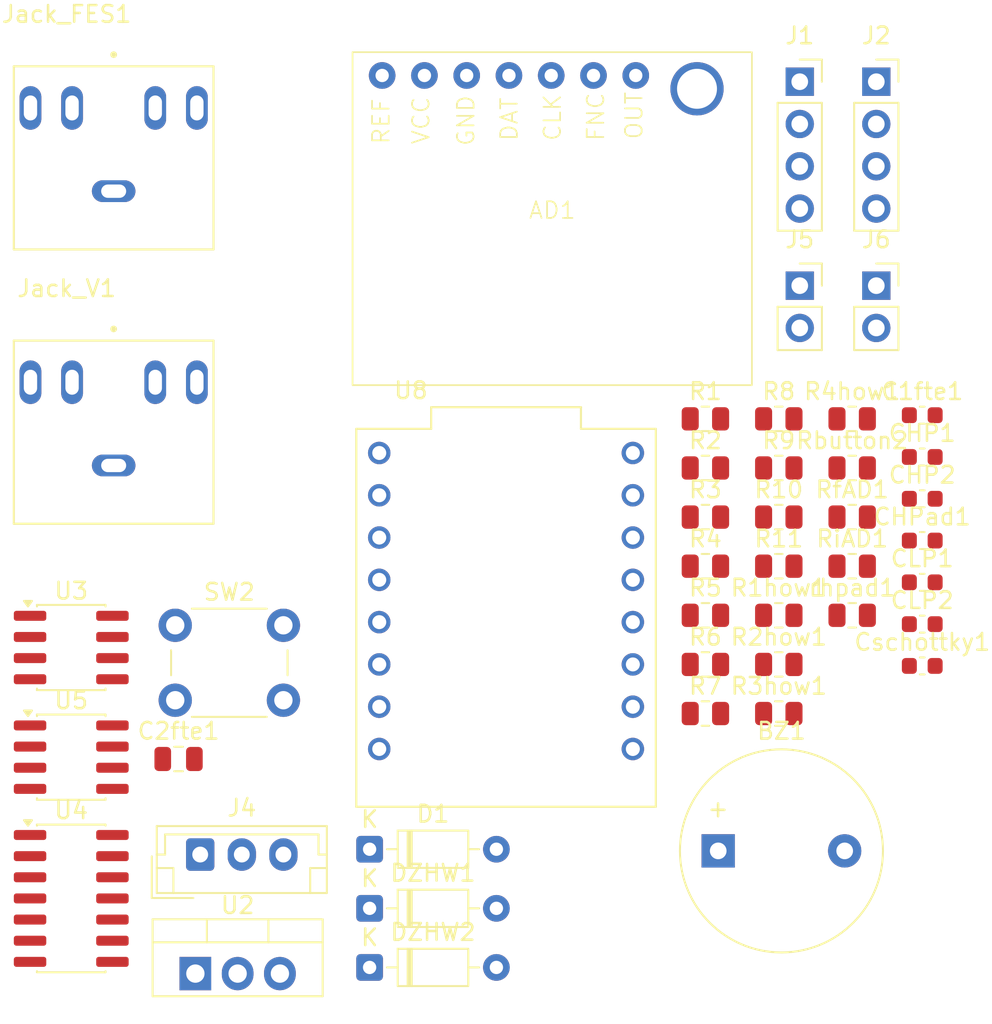
<source format=kicad_pcb>
(kicad_pcb (version 20241229) (generator "pcbnew") (generator_version "9.0")
  (layers (0 "F.Cu" signal) (2 "B.Cu" signal) (13 "F.Paste" user) (15 "B.Paste" user) (5 "F.SilkS" user "F.Silkscreen") (7 "B.SilkS" user "B.Silkscreen") (1 "F.Mask" user) (3 "B.Mask" user) (25 "Edge.Cuts" user))
  (net 0 "")
  (net 1 "/alarm")
  (net 2 "GNDREF")
  (net 4 "/outAD")
  (net 5 "/+")
  (net 6 "Net-(CHP1-Pad2)")
  (net 7 "Net-(CHP1-Pad1)")
  (net 8 "/5V")
  (net 9 "Net-(CHP2-Pad2)")
  (net 10 "Net-(U4A--)")
  (net 11 "Net-(CHP2-Pad1)")
  (net 12 "Net-(U4C-+)")
  (net 13 "/Vout")
  (net 14 "/Fes Out+")
  (net 15 "/-")
  (net 16 "/RG_1")
  (net 17 "/ECG-")
  (net 18 "/ECG+")
  (net 19 "/RG_2")
  (net 20 "/INAout")
  (net 24 "Net-(U5B--)")
  (net 25 "Net-(U5A--)")
  (net 26 "Net-(R1how1-Pad1)")
  (net 27 "Net-(U3B--)")
  (net 28 "Net-(R2how1-Pad2)")
  (net 29 "Net-(U4B--)")
  (net 30 "Net-(R11-Pad1)")
  (net 31 "Net-(U4D--)")
  (net 32 "Net-(U4C--)")
  (net 33 "Net-(R10-Pad2)")
  (net 34 "Net-(U8-GPIO20)")
  (net 35 "Net-(U3A--)")
  (net 36 "/3v3")
  (net 41 "/fnc")
  (net 44 "/clk")
  (net 45 "/data")
  (net 47 "Net-(AD1-OUT)")
  (net 54 "Net-(R11-Pad2)")
  (footprint "Resistor_SMD:R_0805_2012Metric" (layer "F.Cu") (at 145.13 83.05)
    (property "Reference" "R1" (at 0 -1.65 0) (layer "F.SilkS"))
    (property "Value" "1k")
    (fp_line (start -0.227064 -0.735) (end 0.227064 -0.735) (stroke (width 0.12)) (layer "F.SilkS"))
    (fp_line (start -0.227064 0.735) (end 0.227064 0.735) (stroke (width 0.12)) (layer "F.SilkS"))
    (pad "1" smd roundrect (at -0.9125 0) (size 1.025 1.4) (layers "F.Cu" "F.Mask" "F.Paste") (roundrect_rratio 0.243902) (net 25 "Net-(U5A--)"))
    (pad "2" smd roundrect (at 0.9125 0) (size 1.025 1.4) (layers "F.Cu" "F.Mask" "F.Paste") (roundrect_rratio 0.243902) (net 24 "Net-(U5B--)"))
  )
  (footprint "Resistor_SMD:R_0805_2012Metric" (layer "F.Cu") (at 149.54 88.95)
    (property "Reference" "R10" (at 0 -1.65 0) (layer "F.SilkS"))
    (property "Value" "4.7k")
    (fp_line (start -0.227064 -0.735) (end 0.227064 -0.735) (stroke (width 0.12)) (layer "F.SilkS"))
    (fp_line (start -0.227064 0.735) (end 0.227064 0.735) (stroke (width 0.12)) (layer "F.SilkS"))
    (pad "1" smd roundrect (at -0.9125 0) (size 1.025 1.4) (layers "F.Cu" "F.Mask" "F.Paste") (roundrect_rratio 0.243902) (net 31 "Net-(U4D--)"))
    (pad "2" smd roundrect (at 0.9125 0) (size 1.025 1.4) (layers "F.Cu" "F.Mask" "F.Paste") (roundrect_rratio 0.243902) (net 33 "Net-(R10-Pad2)"))
  )
  (footprint "Resistor_SMD:R_0805_2012Metric" (layer "F.Cu") (at 149.54 86)
    (property "Reference" "R9" (at 0 -1.65 0) (layer "F.SilkS"))
    (property "Value" "1k")
    (fp_line (start -0.227064 -0.735) (end 0.227064 -0.735) (stroke (width 0.12)) (layer "F.SilkS"))
    (fp_line (start -0.227064 0.735) (end 0.227064 0.735) (stroke (width 0.12)) (layer "F.SilkS"))
    (pad "1" smd roundrect (at -0.9125 0) (size 1.025 1.4) (layers "F.Cu" "F.Mask" "F.Paste") (roundrect_rratio 0.243902) (net 32 "Net-(U4C--)"))
    (pad "2" smd roundrect (at 0.9125 0) (size 1.025 1.4) (layers "F.Cu" "F.Mask" "F.Paste") (roundrect_rratio 0.243902) (net 31 "Net-(U4D--)"))
  )
  (footprint "SJ1-3525N:CUI_SJ1-3525N" (layer "F.Cu") (at 109.57 85.85)
    (property "Reference" "Jack_V1" (at -2.825 -10.635 0) (layer "F.SilkS"))
    (property "Value" "SJ1-3525N")
    (fp_line (start -6 -7.5) (end -6 3.5) (stroke (width 0.127)) (layer "F.SilkS"))
    (fp_line (start -6 -7.5) (end 6 -7.5) (stroke (width 0.127)) (layer "F.SilkS"))
    (fp_line (start -6 3.5) (end 6 3.5) (stroke (width 0.127)) (layer "F.SilkS"))
    (fp_line (start 6 -7.5) (end 6 3.5) (stroke (width 0.127)) (layer "F.SilkS"))
    (fp_circle (center 0 -8.2) (end 0.1 -8.2) (stroke (width 0.2)) (fill no) (layer "F.SilkS"))
    (pad "" np_thru_hole circle (at -5 0) (size 1.2 1.2) (drill 1.2) (layers "*.Cu" "*.Mask"))
    (pad "" np_thru_hole circle (at -5 2.5) (size 1.2 1.2) (drill 1.2) (layers "*.Cu" "*.Mask"))
    (pad "" np_thru_hole circle (at 0 -5) (size 1.2 1.2) (drill 1.2) (layers "*.Cu" "*.Mask"))
    (pad "" np_thru_hole circle (at 5 0) (size 1.2 1.2) (drill 1.2) (layers "*.Cu" "*.Mask"))
    (pad "" np_thru_hole circle (at 5 2.5) (size 1.2 1.2) (drill 1.2) (layers "*.Cu" "*.Mask"))
    (pad "1" thru_hole oval (at 0 0) (size 2.616 1.308) (drill oval 1.5 0.8) (layers "*.Cu" "*.Mask") (net 17 "/ECG-"))
    (pad "2" thru_hole oval (at 5 -5) (size 1.308 2.616) (drill oval 0.8 1.5) (layers "*.Cu" "*.Mask"))
    (pad "3" thru_hole oval (at -5 -5) (size 1.308 2.616) (drill oval 0.8 1.5) (layers "*.Cu" "*.Mask") (net 18 "/ECG+"))
    (pad "10" thru_hole oval (at 2.5 -5) (size 1.308 2.616) (drill oval 0.8 1.5) (layers "*.Cu" "*.Mask"))
    (pad "11" thru_hole oval (at -2.5 -5) (size 1.308 2.616) (drill oval 0.8 1.5) (layers "*.Cu" "*.Mask"))
  )
  (footprint "SJ1-3525N:CUI_SJ1-3525N" (layer "F.Cu") (at 109.57 69.375)
    (property "Reference" "Jack_FES1" (at -2.825 -10.635 0) (layer "F.SilkS"))
    (property "Value" "SJ1-3525N")
    (fp_line (start -6 -7.5) (end -6 3.5) (stroke (width 0.127)) (layer "F.SilkS"))
    (fp_line (start -6 -7.5) (end 6 -7.5) (stroke (width 0.127)) (layer "F.SilkS"))
    (fp_line (start -6 3.5) (end 6 3.5) (stroke (width 0.127)) (layer "F.SilkS"))
    (fp_line (start 6 -7.5) (end 6 3.5) (stroke (width 0.127)) (layer "F.SilkS"))
    (fp_circle (center 0 -8.2) (end 0.1 -8.2) (stroke (width 0.2)) (fill no) (layer "F.SilkS"))
    (pad "" np_thru_hole circle (at -5 0) (size 1.2 1.2) (drill 1.2) (layers "*.Cu" "*.Mask"))
    (pad "" np_thru_hole circle (at -5 2.5) (size 1.2 1.2) (drill 1.2) (layers "*.Cu" "*.Mask"))
    (pad "" np_thru_hole circle (at 0 -5) (size 1.2 1.2) (drill 1.2) (layers "*.Cu" "*.Mask"))
    (pad "" np_thru_hole circle (at 5 0) (size 1.2 1.2) (drill 1.2) (layers "*.Cu" "*.Mask"))
    (pad "" np_thru_hole circle (at 5 2.5) (size 1.2 1.2) (drill 1.2) (layers "*.Cu" "*.Mask"))
    (pad "1" thru_hole oval (at 0 0) (size 2.616 1.308) (drill oval 1.5 0.8) (layers "*.Cu" "*.Mask") (net 2 "GNDREF"))
    (pad "2" thru_hole oval (at 5 -5) (size 1.308 2.616) (drill oval 0.8 1.5) (layers "*.Cu" "*.Mask"))
    (pad "3" thru_hole oval (at -5 -5) (size 1.308 2.616) (drill oval 0.8 1.5) (layers "*.Cu" "*.Mask") (net 14 "/Fes Out+"))
    (pad "10" thru_hole oval (at 2.5 -5) (size 1.308 2.616) (drill oval 0.8 1.5) (layers "*.Cu" "*.Mask"))
    (pad "11" thru_hole oval (at -2.5 -5) (size 1.308 2.616) (drill oval 0.8 1.5) (layers "*.Cu" "*.Mask"))
  )
  (footprint "Connector_JST:JST_EH_B3B-EH-A_1x03_P2.50mm_Vertical" (layer "F.Cu") (at 114.77 109.22)
    (property "Reference" "J4" (at 2.5 -2.8 0) (layer "F.SilkS"))
    (property "Value" "External_Power")
    (fp_line (start -2.91 0.11) (end -2.91 2.61) (stroke (width 0.12)) (layer "F.SilkS"))
    (fp_line (start -2.91 2.61) (end -0.41 2.61) (stroke (width 0.12)) (layer "F.SilkS"))
    (fp_line (start -2.61 -1.71) (end -2.61 2.31) (stroke (width 0.12)) (layer "F.SilkS"))
    (fp_line (start -2.61 0) (end -2.11 0) (stroke (width 0.12)) (layer "F.SilkS"))
    (fp_line (start -2.61 0.81) (end -1.61 0.81) (stroke (width 0.12)) (layer "F.SilkS"))
    (fp_line (start -2.61 2.31) (end 7.61 2.31) (stroke (width 0.12)) (layer "F.SilkS"))
    (fp_line (start -2.11 -1.21) (end 7.11 -1.21) (stroke (width 0.12)) (layer "F.SilkS"))
    (fp_line (start -2.11 0) (end -2.11 -1.21) (stroke (width 0.12)) (layer "F.SilkS"))
    (fp_line (start -1.61 0.81) (end -1.61 2.31) (stroke (width 0.12)) (layer "F.SilkS"))
    (fp_line (start 6.61 0.81) (end 6.61 2.31) (stroke (width 0.12)) (layer "F.SilkS"))
    (fp_line (start 7.11 -1.21) (end 7.11 0) (stroke (width 0.12)) (layer "F.SilkS"))
    (fp_line (start 7.11 0) (end 7.61 0) (stroke (width 0.12)) (layer "F.SilkS"))
    (fp_line (start 7.61 -1.71) (end -2.61 -1.71) (stroke (width 0.12)) (layer "F.SilkS"))
    (fp_line (start 7.61 0.81) (end 6.61 0.81) (stroke (width 0.12)) (layer "F.SilkS"))
    (fp_line (start 7.61 2.31) (end 7.61 -1.71) (stroke (width 0.12)) (layer "F.SilkS"))
    (pad "1" thru_hole roundrect (at 0 0) (size 1.7 1.95) (drill 0.95) (layers "*.Cu" "*.Mask") (roundrect_rratio 0.147059) (net 15 "/-"))
    (pad "2" thru_hole oval (at 2.5 0) (size 1.7 1.95) (drill 0.95) (layers "*.Cu" "*.Mask") (net 2 "GNDREF"))
    (pad "3" thru_hole oval (at 5 0) (size 1.7 1.95) (drill 0.95) (layers "*.Cu" "*.Mask") (net 5 "/+"))
  )
  (footprint "Connector_PinSocket_2.54mm:PinSocket_1x04_P2.54mm_Vertical" (layer "F.Cu") (at 150.8 62.8)
    (property "Reference" "J1" (at 0 -2.77 0) (layer "F.SilkS"))
    (property "Value" "INA_1")
    (fp_line (start -1.33 1.27) (end -1.33 8.95) (stroke (width 0.12)) (layer "F.SilkS"))
    (fp_line (start -1.33 1.27) (end 1.33 1.27) (stroke (width 0.12)) (layer "F.SilkS"))
    (fp_line (start -1.33 8.95) (end 1.33 8.95) (stroke (width 0.12)) (layer "F.SilkS"))
    (fp_line (start 0 -1.33) (end 1.33 -1.33) (stroke (width 0.12)) (layer "F.SilkS"))
    (fp_line (start 1.33 -1.33) (end 1.33 0) (stroke (width 0.12)) (layer "F.SilkS"))
    (fp_line (start 1.33 1.27) (end 1.33 8.95) (stroke (width 0.12)) (layer "F.SilkS"))
    (pad "1" thru_hole rect (at 0 0) (size 1.7 1.7) (drill 1) (layers "*.Cu" "*.Mask") (net 16 "/RG_1"))
    (pad "2" thru_hole circle (at 0 2.54) (size 1.7 1.7) (drill 1) (layers "*.Cu" "*.Mask") (net 17 "/ECG-"))
    (pad "3" thru_hole circle (at 0 5.08) (size 1.7 1.7) (drill 1) (layers "*.Cu" "*.Mask") (net 18 "/ECG+"))
    (pad "4" thru_hole circle (at 0 7.62) (size 1.7 1.7) (drill 1) (layers "*.Cu" "*.Mask") (net 15 "/-"))
  )
  (footprint "Connector_PinSocket_2.54mm:PinSocket_1x04_P2.54mm_Vertical" (layer "F.Cu") (at 155.4 62.8)
    (property "Reference" "J2" (at 0 -2.77 0) (layer "F.SilkS"))
    (property "Value" "INA_2")
    (fp_line (start -1.33 1.27) (end -1.33 8.95) (stroke (width 0.12)) (layer "F.SilkS"))
    (fp_line (start -1.33 1.27) (end 1.33 1.27) (stroke (width 0.12)) (layer "F.SilkS"))
    (fp_line (start -1.33 8.95) (end 1.33 8.95) (stroke (width 0.12)) (layer "F.SilkS"))
    (fp_line (start 0 -1.33) (end 1.33 -1.33) (stroke (width 0.12)) (layer "F.SilkS"))
    (fp_line (start 1.33 -1.33) (end 1.33 0) (stroke (width 0.12)) (layer "F.SilkS"))
    (fp_line (start 1.33 1.27) (end 1.33 8.95) (stroke (width 0.12)) (layer "F.SilkS"))
    (pad "1" thru_hole rect (at 0 0) (size 1.7 1.7) (drill 1) (layers "*.Cu" "*.Mask") (net 19 "/RG_2"))
    (pad "2" thru_hole circle (at 0 2.54) (size 1.7 1.7) (drill 1) (layers "*.Cu" "*.Mask") (net 5 "/+"))
    (pad "3" thru_hole circle (at 0 5.08) (size 1.7 1.7) (drill 1) (layers "*.Cu" "*.Mask") (net 20 "/INAout"))
    (pad "4" thru_hole circle (at 0 7.62) (size 1.7 1.7) (drill 1) (layers "*.Cu" "*.Mask") (net 2 "GNDREF"))
  )
  (footprint "Resistor_SMD:R_0805_2012Metric" (layer "F.Cu") (at 153.95 94.85)
    (property "Reference" "rhpad1" (at 0 -1.65 0) (layer "F.SilkS"))
    (property "Value" "500")
    (fp_line (start -0.227064 -0.735) (end 0.227064 -0.735) (stroke (width 0.12)) (layer "F.SilkS"))
    (fp_line (start -0.227064 0.735) (end 0.227064 0.735) (stroke (width 0.12)) (layer "F.SilkS"))
    (pad "1" smd roundrect (at -0.9125 0) (size 1.025 1.4) (layers "F.Cu" "F.Mask" "F.Paste") (roundrect_rratio 0.243902) (net 2 "GNDREF"))
    (pad "2" smd roundrect (at 0.9125 0) (size 1.025 1.4) (layers "F.Cu" "F.Mask" "F.Paste") (roundrect_rratio 0.243902) (net 4 "/outAD"))
  )
  (footprint "Diode_THT:D_DO-35_SOD27_P7.62mm_Horizontal" (layer "F.Cu") (at 124.95 116)
    (property "Reference" "DZHW2" (at 3.81 -2.12 0) (layer "F.SilkS"))
    (property "Value" "D")
    (fp_line (start 1.04 0) (end 1.69 0) (stroke (width 0.12)) (layer "F.SilkS"))
    (fp_line (start 2.29 -1.12) (end 2.29 1.12) (stroke (width 0.12)) (layer "F.SilkS"))
    (fp_line (start 2.41 -1.12) (end 2.41 1.12) (stroke (width 0.12)) (layer "F.SilkS"))
    (fp_line (start 2.53 -1.12) (end 2.53 1.12) (stroke (width 0.12)) (layer "F.SilkS"))
    (fp_line (start 6.58 0) (end 5.93 0) (stroke (width 0.12)) (layer "F.SilkS"))
    (fp_rect (start 1.69 -1.12) (end 5.93 1.12) (stroke (width 0.12)) (fill no) (layer "F.SilkS"))
    (fp_text user "K" (at 0 -1.8 0) (layer "F.SilkS"))
    (pad "1" thru_hole roundrect (at 0 0) (size 1.6 1.6) (drill 0.8) (layers "*.Cu" "*.Mask") (roundrect_rratio 0.15625) (net 14 "/Fes Out+"))
    (pad "2" thru_hole circle (at 7.62 0) (size 1.6 1.6) (drill 0.8) (layers "*.Cu" "*.Mask") (net 2 "GNDREF"))
  )
  (footprint "Capacitor_SMD:C_0603_1608Metric" (layer "F.Cu") (at 158.16 85.34)
    (property "Reference" "CHP1" (at 0 -1.43 0) (layer "F.SilkS"))
    (property "Value" "4.7n")
    (fp_line (start -0.14058 -0.51) (end 0.14058 -0.51) (stroke (width 0.12)) (layer "F.SilkS"))
    (fp_line (start -0.14058 0.51) (end 0.14058 0.51) (stroke (width 0.12)) (layer "F.SilkS"))
    (pad "1" smd roundrect (at -0.775 0) (size 0.9 0.95) (layers "F.Cu" "F.Mask" "F.Paste") (net 7 "Net-(CHP1-Pad1)"))
    (pad "2" smd roundrect (at 0.775 0) (size 0.9 0.95) (layers "F.Cu" "F.Mask" "F.Paste") (net 6 "Net-(CHP1-Pad2)"))
  )
  (footprint "Resistor_SMD:R_0805_2012Metric" (layer "F.Cu") (at 153.95 88.95)
    (property "Reference" "RfAD1" (at 0 -1.65 0) (layer "F.SilkS"))
    (property "Value" "4.8k")
    (fp_line (start -0.227064 -0.735) (end 0.227064 -0.735) (stroke (width 0.12)) (layer "F.SilkS"))
    (fp_line (start -0.227064 0.735) (end 0.227064 0.735) (stroke (width 0.12)) (layer "F.SilkS"))
    (pad "1" smd roundrect (at -0.9125 0) (size 1.025 1.4) (layers "F.Cu" "F.Mask" "F.Paste") (roundrect_rratio 0.243902) (net 35 "Net-(U3A--)"))
    (pad "2" smd roundrect (at 0.9125 0) (size 1.025 1.4) (layers "F.Cu" "F.Mask" "F.Paste") (roundrect_rratio 0.243902) (net 26 "Net-(R1how1-Pad1)"))
  )
  (footprint "Resistor_SMD:R_0805_2012Metric" (layer "F.Cu") (at 145.13 97.8)
    (property "Reference" "R6" (at 0 -1.65 0) (layer "F.SilkS"))
    (property "Value" "500")
    (fp_line (start -0.227064 -0.735) (end 0.227064 -0.735) (stroke (width 0.12)) (layer "F.SilkS"))
    (fp_line (start -0.227064 0.735) (end 0.227064 0.735) (stroke (width 0.12)) (layer "F.SilkS"))
    (pad "1" smd roundrect (at -0.9125 0) (size 1.025 1.4) (layers "F.Cu" "F.Mask" "F.Paste") (roundrect_rratio 0.243902) (net 29 "Net-(U4B--)"))
    (pad "2" smd roundrect (at 0.9125 0) (size 1.025 1.4) (layers "F.Cu" "F.Mask" "F.Paste") (roundrect_rratio 0.243902) (net 9 "Net-(CHP2-Pad2)"))
  )
  (footprint "ESP32-C3_SUPERMINI_TH:MODULE_ESP32-C3_SUPERMINI_TH" (layer "F.Cu") (at 133.15 95)
    (property "Reference" "U8" (at -5.715 -13.6525 0) (layer "F.SilkS"))
    (property "Value" "ESP32-C3_SUPERMINI_TH")
    (fp_line (start -9 11.35) (end -9 -11.35) (stroke (width 0.127)) (layer "F.SilkS"))
    (fp_line (start -4.5 -12.65) (end -4.5 -11.35) (stroke (width 0.127)) (layer "F.SilkS"))
    (fp_line (start -4.5 -11.35) (end -9 -11.35) (stroke (width 0.127)) (layer "F.SilkS"))
    (fp_line (start 4.5 -12.65) (end -4.5 -12.65) (stroke (width 0.127)) (layer "F.SilkS"))
    (fp_line (start 4.5 -12.65) (end 4.5 -11.35) (stroke (width 0.127)) (layer "F.SilkS"))
    (fp_line (start 9 -11.35) (end 4.5 -11.35) (stroke (width 0.127)) (layer "F.SilkS"))
    (fp_line (start 9 11.35) (end -9 11.35) (stroke (width 0.127)) (layer "F.SilkS"))
    (fp_line (start 9 11.35) (end 9 -11.35) (stroke (width 0.127)) (layer "F.SilkS"))
    (pad "0" thru_hole circle (at 7.62 7.88) (size 1.348 1.348) (drill 0.84) (layers "*.Cu" "*.Mask") (net 13 "/Vout"))
    (pad "1" thru_hole circle (at 7.62 5.34) (size 1.348 1.348) (drill 0.84) (layers "*.Cu" "*.Mask"))
    (pad "2" thru_hole circle (at 7.62 2.8) (size 1.348 1.348) (drill 0.84) (layers "*.Cu" "*.Mask") (net 1 "/alarm"))
    (pad "3" thru_hole circle (at 7.62 0.26) (size 1.348 1.348) (drill 0.84) (layers "*.Cu" "*.Mask"))
    (pad "3.3" thru_hole circle (at 7.62 -4.82) (size 1.348 1.348) (drill 0.84) (layers "*.Cu" "*.Mask") (net 36 "/3v3"))
    (pad "4" thru_hole circle (at 7.62 -2.28) (size 1.348 1.348) (drill 0.84) (layers "*.Cu" "*.Mask") (net 44 "/clk"))
    (pad "5" thru_hole circle (at -7.62 -9.9) (size 1.348 1.348) (drill 0.84) (layers "*.Cu" "*.Mask"))
    (pad "5V" thru_hole circle (at 7.62 -9.9) (size 1.348 1.348) (drill 0.84) (layers "*.Cu" "*.Mask") (net 8 "/5V"))
    (pad "6" thru_hole circle (at -7.62 -7.36) (size 1.348 1.348) (drill 0.84) (layers "*.Cu" "*.Mask") (net 45 "/data"))
    (pad "7" thru_hole circle (at -7.62 -4.82) (size 1.348 1.348) (drill 0.84) (layers "*.Cu" "*.Mask") (net 41 "/fnc"))
    (pad "8" thru_hole circle (at -7.62 -2.28) (size 1.348 1.348) (drill 0.84) (layers "*.Cu" "*.Mask"))
    (pad "9" thru_hole circle (at -7.62 0.26) (size 1.348 1.348) (drill 0.84) (layers "*.Cu" "*.Mask"))
    (pad "10" thru_hole circle (at -7.62 2.8) (size 1.348 1.348) (drill 0.84) (layers "*.Cu" "*.Mask"))
    (pad "20" thru_hole circle (at -7.62 5.34) (size 1.348 1.348) (drill 0.84) (layers "*.Cu" "*.Mask") (net 34 "Net-(U8-GPIO20)"))
    (pad "21" thru_hole circle (at -7.62 7.88) (size 1.348 1.348) (drill 0.84) (layers "*.Cu" "*.Mask"))
    (pad "G" thru_hole circle (at 7.62 -7.36) (size 1.348 1.348) (drill 0.84) (layers "*.Cu" "*.Mask") (net 2 "GNDREF"))
  )
  (footprint "Resistor_SMD:R_0805_2012Metric" (layer "F.Cu") (at 149.54 100.75)
    (property "Reference" "R3how1" (at 0 -1.65 0) (layer "F.SilkS"))
    (property "Value" "10k")
    (fp_line (start -0.227064 -0.735) (end 0.227064 -0.735) (stroke (width 0.12)) (layer "F.SilkS"))
    (fp_line (start -0.227064 0.735) (end 0.227064 0.735) (stroke (width 0.12)) (layer "F.SilkS"))
    (pad "1" smd roundrect (at -0.9125 0) (size 1.025 1.4) (layers "F.Cu" "F.Mask" "F.Paste") (roundrect_rratio 0.243902) (net 2 "GNDREF"))
    (pad "2" smd roundrect (at 0.9125 0) (size 1.025 1.4) (layers "F.Cu" "F.Mask" "F.Paste") (roundrect_rratio 0.243902) (net 14 "/Fes Out+"))
  )
  (footprint "Resistor_SMD:R_0805_2012Metric" (layer "F.Cu") (at 145.13 88.95)
    (property "Reference" "R3" (at 0 -1.65 0) (layer "F.SilkS"))
    (property "Value" "1k")
    (fp_line (start -0.227064 -0.735) (end 0.227064 -0.735) (stroke (width 0.12)) (layer "F.SilkS"))
    (fp_line (start -0.227064 0.735) (end 0.227064 0.735) (stroke (width 0.12)) (layer "F.SilkS"))
    (pad "1" smd roundrect (at -0.9125 0) (size 1.025 1.4) (layers "F.Cu" "F.Mask" "F.Paste") (roundrect_rratio 0.243902) (net 2 "GNDREF"))
    (pad "2" smd roundrect (at 0.9125 0) (size 1.025 1.4) (layers "F.Cu" "F.Mask" "F.Paste") (roundrect_rratio 0.243902) (net 6 "Net-(CHP1-Pad2)"))
  )
  (footprint "Package_SO:SOIC-8_3.9x4.9mm_P1.27mm" (layer "F.Cu") (at 107.02 103.37)
    (property "Reference" "U5" (at 0 -3.4 0) (layer "F.SilkS"))
    (property "Value" "TL082")
    (fp_line (start -2.06 -2.56) (end 2.06 -2.56) (stroke (width 0.12)) (layer "F.SilkS"))
    (fp_line (start -2.06 -2.465) (end -2.06 -2.56) (stroke (width 0.12)) (layer "F.SilkS"))
    (fp_line (start -2.06 2.56) (end -2.06 2.465) (stroke (width 0.12)) (layer "F.SilkS"))
    (fp_line (start 2.06 -2.56) (end 2.06 -2.465) (stroke (width 0.12)) (layer "F.SilkS"))
    (fp_line (start 2.06 2.465) (end 2.06 2.56) (stroke (width 0.12)) (layer "F.SilkS"))
    (fp_line (start 2.06 2.56) (end -2.06 2.56) (stroke (width 0.12)) (layer "F.SilkS"))
    (fp_poly (pts (xy -2.6 -2.47) (xy -2.84 -2.8) (xy -2.36 -2.8)) (stroke (width 0.12)) (fill yes) (layer "F.SilkS"))
    (pad "1" smd roundrect (at -2.475 -1.905) (size 1.95 0.6) (layers "F.Cu" "F.Mask" "F.Paste") (net 25 "Net-(U5A--)"))
    (pad "2" smd roundrect (at -2.475 -0.635) (size 1.95 0.6) (layers "F.Cu" "F.Mask" "F.Paste") (net 25 "Net-(U5A--)"))
    (pad "3" smd roundrect (at -2.475 0.635) (size 1.95 0.6) (layers "F.Cu" "F.Mask" "F.Paste") (net 20 "/INAout"))
    (pad "4" smd roundrect (at -2.475 1.905) (size 1.95 0.6) (layers "F.Cu" "F.Mask" "F.Paste") (net 15 "/-"))
    (pad "5" smd roundrect (at 2.475 1.905) (size 1.95 0.6) (layers "F.Cu" "F.Mask" "F.Paste") (net 2 "GNDREF"))
    (pad "6" smd roundrect (at 2.475 0.635) (size 1.95 0.6) (layers "F.Cu" "F.Mask" "F.Paste") (net 24 "Net-(U5B--)"))
    (pad "7" smd roundrect (at 2.475 -0.635) (size 1.95 0.6) (layers "F.Cu" "F.Mask" "F.Paste") (net 7 "Net-(CHP1-Pad1)"))
    (pad "8" smd roundrect (at 2.475 -1.905) (size 1.95 0.6) (layers "F.Cu" "F.Mask" "F.Paste") (net 5 "/+"))
  )
  (footprint "Diode_THT:D_DO-35_SOD27_P7.62mm_Horizontal" (layer "F.Cu") (at 124.95 112.45)
    (property "Reference" "DZHW1" (at 3.81 -2.12 0) (layer "F.SilkS"))
    (property "Value" "D")
    (fp_line (start 1.04 0) (end 1.69 0) (stroke (width 0.12)) (layer "F.SilkS"))
    (fp_line (start 2.29 -1.12) (end 2.29 1.12) (stroke (width 0.12)) (layer "F.SilkS"))
    (fp_line (start 2.41 -1.12) (end 2.41 1.12) (stroke (width 0.12)) (layer "F.SilkS"))
    (fp_line (start 2.53 -1.12) (end 2.53 1.12) (stroke (width 0.12)) (layer "F.SilkS"))
    (fp_line (start 6.58 0) (end 5.93 0) (stroke (width 0.12)) (layer "F.SilkS"))
    (fp_rect (start 1.69 -1.12) (end 5.93 1.12) (stroke (width 0.12)) (fill no) (layer "F.SilkS"))
    (fp_text user "K" (at 0 -1.8 0) (layer "F.SilkS"))
    (pad "1" thru_hole roundrect (at 0 0) (size 1.6 1.6) (drill 0.8) (layers "*.Cu" "*.Mask") (roundrect_rratio 0.15625) (net 14 "/Fes Out+"))
    (pad "2" thru_hole circle (at 7.62 0) (size 1.6 1.6) (drill 0.8) (layers "*.Cu" "*.Mask") (net 2 "GNDREF"))
  )
  (footprint "Buzzer_Beeper:Buzzer_12x9.5RM7.6" (layer "F.Cu") (at 145.9 109)
    (property "Reference" "BZ1" (at 3.8 -7.2 0) (layer "F.SilkS"))
    (property "Value" "Buzzer")
    (fp_circle (center 3.8 0) (end 9.9 0) (stroke (width 0.12)) (fill no) (layer "F.SilkS"))
    (fp_text user "+" (at -0.01 -2.54 0) (layer "F.SilkS"))
    (pad "1" thru_hole rect (at 0 0) (size 2 2) (drill 1) (layers "*.Cu" "*.Mask") (net 1 "/alarm"))
    (pad "2" thru_hole circle (at 7.6 0) (size 2 2) (drill 1) (layers "*.Cu" "*.Mask") (net 2 "GNDREF"))
  )
  (footprint "Resistor_SMD:R_0805_2012Metric" (layer "F.Cu") (at 149.54 94.85)
    (property "Reference" "R1how1" (at 0 -1.65 0) (layer "F.SilkS"))
    (property "Value" "10k")
    (fp_line (start -0.227064 -0.735) (end 0.227064 -0.735) (stroke (width 0.12)) (layer "F.SilkS"))
    (fp_line (start -0.227064 0.735) (end 0.227064 0.735) (stroke (width 0.12)) (layer "F.SilkS"))
    (pad "1" smd roundrect (at -0.9125 0) (size 1.025 1.4) (layers "F.Cu" "F.Mask" "F.Paste") (roundrect_rratio 0.243902) (net 26 "Net-(R1how1-Pad1)"))
    (pad "2" smd roundrect (at 0.9125 0) (size 1.025 1.4) (layers "F.Cu" "F.Mask" "F.Paste") (roundrect_rratio 0.243902) (net 27 "Net-(U3B--)"))
  )
  (footprint "Capacitor_SMD:C_0603_1608Metric" (layer "F.Cu") (at 158.16 87.85)
    (property "Reference" "CHP2" (at 0 -1.43 0) (layer "F.SilkS"))
    (property "Value" "1.5n")
    (fp_line (start -0.14058 -0.51) (end 0.14058 -0.51) (stroke (width 0.12)) (layer "F.SilkS"))
    (fp_line (start -0.14058 0.51) (end 0.14058 0.51) (stroke (width 0.12)) (layer "F.SilkS"))
    (pad "1" smd roundrect (at -0.775 0) (size 0.9 0.95) (layers "F.Cu" "F.Mask" "F.Paste") (net 11 "Net-(CHP2-Pad1)"))
    (pad "2" smd roundrect (at 0.775 0) (size 0.9 0.95) (layers "F.Cu" "F.Mask" "F.Paste") (net 9 "Net-(CHP2-Pad2)"))
  )
  (footprint "Resistor_SMD:R_0805_2012Metric" (layer "F.Cu") (at 153.95 83.05)
    (property "Reference" "R4how1" (at 0 -1.65 0) (layer "F.SilkS"))
    (property "Value" "10k")
    (fp_line (start -0.227064 -0.735) (end 0.227064 -0.735) (stroke (width 0.12)) (layer "F.SilkS"))
    (fp_line (start -0.227064 0.735) (end 0.227064 0.735) (stroke (width 0.12)) (layer "F.SilkS"))
    (pad "1" smd roundrect (at -0.9125 0) (size 1.025 1.4) (layers "F.Cu" "F.Mask" "F.Paste") (roundrect_rratio 0.243902) (net 14 "/Fes Out+"))
    (pad "2" smd roundrect (at 0.9125 0) (size 1.025 1.4) (layers "F.Cu" "F.Mask" "F.Paste") (roundrect_rratio 0.243902) (net 28 "Net-(R2how1-Pad2)"))
  )
  (footprint "Package_SO:SOIC-8_3.9x4.9mm_P1.27mm" (layer "F.Cu") (at 107.02 96.785)
    (property "Reference" "U3" (at 0 -3.4 0) (layer "F.SilkS"))
    (property "Value" "TL082")
    (fp_line (start -2.06 -2.56) (end 2.06 -2.56) (stroke (width 0.12)) (layer "F.SilkS"))
    (fp_line (start -2.06 -2.465) (end -2.06 -2.56) (stroke (width 0.12)) (layer "F.SilkS"))
    (fp_line (start -2.06 2.56) (end -2.06 2.465) (stroke (width 0.12)) (layer "F.SilkS"))
    (fp_line (start 2.06 -2.56) (end 2.06 -2.465) (stroke (width 0.12)) (layer "F.SilkS"))
    (fp_line (start 2.06 2.465) (end 2.06 2.56) (stroke (width 0.12)) (layer "F.SilkS"))
    (fp_line (start 2.06 2.56) (end -2.06 2.56) (stroke (width 0.12)) (layer "F.SilkS"))
    (fp_poly (pts (xy -2.6 -2.47) (xy -2.84 -2.8) (xy -2.36 -2.8)) (stroke (width 0.12)) (fill yes) (layer "F.SilkS"))
    (pad "1" smd roundrect (at -2.475 -1.905) (size 1.95 0.6) (layers "F.Cu" "F.Mask" "F.Paste") (net 26 "Net-(R1how1-Pad1)"))
    (pad "2" smd roundrect (at -2.475 -0.635) (size 1.95 0.6) (layers "F.Cu" "F.Mask" "F.Paste") (net 35 "Net-(U3A--)"))
    (pad "3" smd roundrect (at -2.475 0.635) (size 1.95 0.6) (layers "F.Cu" "F.Mask" "F.Paste") (net 2 "GNDREF"))
    (pad "4" smd roundrect (at -2.475 1.905) (size 1.95 0.6) (layers "F.Cu" "F.Mask" "F.Paste") (net 15 "/-"))
    (pad "5" smd roundrect (at 2.475 1.905) (size 1.95 0.6) (layers "F.Cu" "F.Mask" "F.Paste") (net 14 "/Fes Out+"))
    (pad "6" smd roundrect (at 2.475 0.635) (size 1.95 0.6) (layers "F.Cu" "F.Mask" "F.Paste") (net 27 "Net-(U3B--)"))
    (pad "7" smd roundrect (at 2.475 -0.635) (size 1.95 0.6) (layers "F.Cu" "F.Mask" "F.Paste") (net 28 "Net-(R2how1-Pad2)"))
    (pad "8" smd roundrect (at 2.475 -1.905) (size 1.95 0.6) (layers "F.Cu" "F.Mask" "F.Paste") (net 5 "/+"))
  )
  (footprint "Connector_PinSocket_2.54mm:PinSocket_1x02_P2.54mm_Vertical" (layer "F.Cu") (at 150.8 75.05)
    (property "Reference" "J5" (at 0 -2.77 0) (layer "F.SilkS"))
    (property "Value" "BAT54S_1")
    (fp_line (start -1.33 1.27) (end -1.33 3.87) (stroke (width 0.12)) (layer "F.SilkS"))
    (fp_line (start -1.33 1.27) (end 1.33 1.27) (stroke (width 0.12)) (layer "F.SilkS"))
    (fp_line (start -1.33 3.87) (end 1.33 3.87) (stroke (width 0.12)) (layer "F.SilkS"))
    (fp_line (start 0 -1.33) (end 1.33 -1.33) (stroke (width 0.12)) (layer "F.SilkS"))
    (fp_line (start 1.33 -1.33) (end 1.33 0) (stroke (width 0.12)) (layer "F.SilkS"))
    (fp_line (start 1.33 1.27) (end 1.33 3.87) (stroke (width 0.12)) (layer "F.SilkS"))
    (pad "1" thru_hole rect (at 0 0) (size 1.7 1.7) (drill 1) (layers "*.Cu" "*.Mask"))
    (pad "2" thru_hole circle (at 0 2.54) (size 1.7 1.7) (drill 1) (layers "*.Cu" "*.Mask"))
  )
  (footprint "Resistor_SMD:R_0805_2012Metric" (layer "F.Cu") (at 149.54 91.9)
    (property "Reference" "R11" (at 0 -1.65 0) (layer "F.SilkS"))
    (property "Value" "1k")
    (fp_line (start -0.227064 -0.735) (end 0.227064 -0.735) (stroke (width 0.12)) (layer "F.SilkS"))
    (fp_line (start -0.227064 0.735) (end 0.227064 0.735) (stroke (width 0.12)) (layer "F.SilkS"))
    (pad "1" smd roundrect (at -0.9125 0) (size 1.025 1.4) (layers "F.Cu" "F.Mask" "F.Paste") (roundrect_rratio 0.243902) (net 30 "Net-(R11-Pad1)"))
    (pad "2" smd roundrect (at 0.9125 0) (size 1.025 1.4) (layers "F.Cu" "F.Mask" "F.Paste") (roundrect_rratio 0.243902) (net 54 "Net-(R11-Pad2)"))
  )
  (footprint "Resistor_SMD:R_0805_2012Metric" (layer "F.Cu") (at 153.95 91.9)
    (property "Reference" "RiAD1" (at 0 -1.65 0) (layer "F.SilkS"))
    (property "Value" "1k")
    (fp_line (start -0.227064 -0.735) (end 0.227064 -0.735) (stroke (width 0.12)) (layer "F.SilkS"))
    (fp_line (start -0.227064 0.735) (end 0.227064 0.735) (stroke (width 0.12)) (layer "F.SilkS"))
    (pad "1" smd roundrect (at -0.9125 0) (size 1.025 1.4) (layers "F.Cu" "F.Mask" "F.Paste") (roundrect_rratio 0.243902) (net 4 "/outAD"))
    (pad "2" smd roundrect (at 0.9125 0) (size 1.025 1.4) (layers "F.Cu" "F.Mask" "F.Paste") (roundrect_rratio 0.243902) (net 35 "Net-(U3A--)"))
  )
  (footprint "Resistor_SMD:R_0805_2012Metric" (layer "F.Cu") (at 145.13 94.85)
    (property "Reference" "R5" (at 0 -1.65 0) (layer "F.SilkS"))
    (property "Value" "22k")
    (fp_line (start -0.227064 -0.735) (end 0.227064 -0.735) (stroke (width 0.12)) (layer "F.SilkS"))
    (fp_line (start -0.227064 0.735) (end 0.227064 0.735) (stroke (width 0.12)) (layer "F.SilkS"))
    (pad "1" smd roundrect (at -0.9125 0) (size 1.025 1.4) (layers "F.Cu" "F.Mask" "F.Paste") (roundrect_rratio 0.243902) (net 11 "Net-(CHP2-Pad1)"))
    (pad "2" smd roundrect (at 0.9125 0) (size 1.025 1.4) (layers "F.Cu" "F.Mask" "F.Paste") (roundrect_rratio 0.243902) (net 10 "Net-(U4A--)"))
  )
  (footprint "Resistor_SMD:R_0805_2012Metric" (layer "F.Cu") (at 145.13 100.75)
    (property "Reference" "R7" (at 0 -1.65 0) (layer "F.SilkS"))
    (property "Value" "1k")
    (fp_line (start -0.227064 -0.735) (end 0.227064 -0.735) (stroke (width 0.12)) (layer "F.SilkS"))
    (fp_line (start -0.227064 0.735) (end 0.227064 0.735) (stroke (width 0.12)) (layer "F.SilkS"))
    (pad "1" smd roundrect (at -0.9125 0) (size 1.025 1.4) (layers "F.Cu" "F.Mask" "F.Paste") (roundrect_rratio 0.243902) (net 29 "Net-(U4B--)"))
    (pad "2" smd roundrect (at 0.9125 0) (size 1.025 1.4) (layers "F.Cu" "F.Mask" "F.Paste") (roundrect_rratio 0.243902) (net 30 "Net-(R11-Pad1)"))
  )
  (footprint "Capacitor_SMD:C_0603_1608Metric" (layer "F.Cu") (at 158.16 95.38)
    (property "Reference" "CLP2" (at 0 -1.43 0) (layer "F.SilkS"))
    (property "Value" "270p")
    (fp_line (start -0.14058 -0.51) (end 0.14058 -0.51) (stroke (width 0.12)) (layer "F.SilkS"))
    (fp_line (start -0.14058 0.51) (end 0.14058 0.51) (stroke (width 0.12)) (layer "F.SilkS"))
    (pad "1" smd roundrect (at -0.775 0) (size 0.9 0.95) (layers "F.Cu" "F.Mask" "F.Paste") (net 2 "GNDREF"))
    (pad "2" smd roundrect (at 0.775 0) (size 0.9 0.95) (layers "F.Cu" "F.Mask" "F.Paste") (net 12 "Net-(U4C-+)"))
  )
  (footprint "Resistor_SMD:R_0805_2012Metric" (layer "F.Cu") (at 145.13 91.9)
    (property "Reference" "R4" (at 0 -1.65 0) (layer "F.SilkS"))
    (property "Value" "1k")
    (fp_line (start -0.227064 -0.735) (end 0.227064 -0.735) (stroke (width 0.12)) (layer "F.SilkS"))
    (fp_line (start -0.227064 0.735) (end 0.227064 0.735) (stroke (width 0.12)) (layer "F.SilkS"))
    (pad "1" smd roundrect (at -0.9125 0) (size 1.025 1.4) (layers "F.Cu" "F.Mask" "F.Paste") (roundrect_rratio 0.243902) (net 10 "Net-(U4A--)"))
    (pad "2" smd roundrect (at 0.9125 0) (size 1.025 1.4) (layers "F.Cu" "F.Mask" "F.Paste") (roundrect_rratio 0.243902) (net 6 "Net-(CHP1-Pad2)"))
  )
  (footprint "Button_Switch_THT:SW_PUSH_6mm" (layer "F.Cu") (at 113.27 95.45)
    (property "Reference" "SW2" (at 3.25 -2 0) (layer "F.SilkS"))
    (property "Value" "SW_Push")
    (fp_line (start -0.25 1.5) (end -0.25 3) (stroke (width 0.12)) (layer "F.SilkS"))
    (fp_line (start 1 5.5) (end 5.5 5.5) (stroke (width 0.12)) (layer "F.SilkS"))
    (fp_line (start 5.5 -1) (end 1 -1) (stroke (width 0.12)) (layer "F.SilkS"))
    (fp_line (start 6.75 3) (end 6.75 1.5) (stroke (width 0.12)) (layer "F.SilkS"))
    (pad "1" thru_hole circle (at 0 0 90) (size 2 2) (drill 1.1) (layers "*.Cu" "*.Mask") (net 36 "/3v3"))
    (pad "1" thru_hole circle (at 6.5 0 90) (size 2 2) (drill 1.1) (layers "*.Cu" "*.Mask") (net 36 "/3v3"))
    (pad "2" thru_hole circle (at 0 4.5 90) (size 2 2) (drill 1.1) (layers "*.Cu" "*.Mask") (net 34 "Net-(U8-GPIO20)"))
    (pad "2" thru_hole circle (at 6.5 4.5 90) (size 2 2) (drill 1.1) (layers "*.Cu" "*.Mask") (net 34 "Net-(U8-GPIO20)"))
  )
  (footprint "Capacitor_SMD:C_0603_1608Metric" (layer "F.Cu") (at 158.16 97.89)
    (property "Reference" "Cschottky1" (at 0 -1.43 0) (layer "F.SilkS"))
    (property "Value" "4.7n")
    (fp_line (start -0.14058 -0.51) (end 0.14058 -0.51) (stroke (width 0.12)) (layer "F.SilkS"))
    (fp_line (start -0.14058 0.51) (end 0.14058 0.51) (stroke (width 0.12)) (layer "F.SilkS"))
    (pad "1" smd roundrect (at -0.775 0) (size 0.9 0.95) (layers "F.Cu" "F.Mask" "F.Paste") (net 2 "GNDREF"))
    (pad "2" smd roundrect (at 0.775 0) (size 0.9 0.95) (layers "F.Cu" "F.Mask" "F.Paste") (net 13 "/Vout"))
  )
  (footprint "Connector_PinSocket_2.54mm:PinSocket_1x02_P2.54mm_Vertical" (layer "F.Cu") (at 155.4 75.05)
    (property "Reference" "J6" (at 0 -2.77 0) (layer "F.SilkS"))
    (property "Value" "BAT54S_2")
    (fp_line (start -1.33 1.27) (end -1.33 3.87) (stroke (width 0.12)) (layer "F.SilkS"))
    (fp_line (start -1.33 1.27) (end 1.33 1.27) (stroke (width 0.12)) (layer "F.SilkS"))
    (fp_line (start -1.33 3.87) (end 1.33 3.87) (stroke (width 0.12)) (layer "F.SilkS"))
    (fp_line (start 0 -1.33) (end 1.33 -1.33) (stroke (width 0.12)) (layer "F.SilkS"))
    (fp_line (start 1.33 -1.33) (end 1.33 0) (stroke (width 0.12)) (layer "F.SilkS"))
    (fp_line (start 1.33 1.27) (end 1.33 3.87) (stroke (width 0.12)) (layer "F.SilkS"))
    (pad "1" thru_hole rect (at 0 0) (size 1.7 1.7) (drill 1) (layers "*.Cu" "*.Mask") (net 13 "/Vout"))
    (pad "2" thru_hole circle (at 0 2.54) (size 1.7 1.7) (drill 1) (layers "*.Cu" "*.Mask"))
  )
  (footprint "Diode_THT:D_DO-35_SOD27_P7.62mm_Horizontal" (layer "F.Cu") (at 124.95 108.9)
    (property "Reference" "D1" (at 3.81 -2.12 0) (layer "F.SilkS"))
    (property "Value" "DS")
    (fp_line (start 1.04 0) (end 1.69 0) (stroke (width 0.12)) (layer "F.SilkS"))
    (fp_line (start 2.29 -1.12) (end 2.29 1.12) (stroke (width 0.12)) (layer "F.SilkS"))
    (fp_line (start 2.41 -1.12) (end 2.41 1.12) (stroke (width 0.12)) (layer "F.SilkS"))
    (fp_line (start 2.53 -1.12) (end 2.53 1.12) (stroke (width 0.12)) (layer "F.SilkS"))
    (fp_line (start 6.58 0) (end 5.93 0) (stroke (width 0.12)) (layer "F.SilkS"))
    (fp_rect (start 1.69 -1.12) (end 5.93 1.12) (stroke (width 0.12)) (fill no) (layer "F.SilkS"))
    (fp_text user "K" (at 0 -1.8 0) (layer "F.SilkS"))
    (pad "1" thru_hole roundrect (at 0 0) (size 1.6 1.6) (drill 0.8) (layers "*.Cu" "*.Mask") (roundrect_rratio 0.15625) (net 13 "/Vout"))
    (pad "2" thru_hole circle (at 7.62 0) (size 1.6 1.6) (drill 0.8) (layers "*.Cu" "*.Mask") (net 2 "GNDREF"))
  )
  (footprint "MyFootprints:AD9833" (layer "F.Cu") (at 135.925 71.025)
    (property "Reference" "AD1" (at 0 -0.5 0) (layer "F.SilkS") (effects (font (thickness 0.1))))
    (property "Value" "~")
    (fp_rect (start -12 -10) (end 12 10) (stroke (width 0.1)) (fill no) (layer "F.SilkS"))
    (fp_text user "REF" (at -9.7 -4.4 90) (layer "F.SilkS") (effects (font (thickness 0.1)) (justify left bottom)))
    (fp_text user "FNC" (at 3.2 -4.6 90) (layer "F.SilkS") (effects (font (thickness 0.1)) (justify left bottom)))
    (fp_text user "GND" (at -4.6 -4.3 90) (layer "F.SilkS") (effects (font (thickness 0.1)) (justify left bottom)))
    (fp_text user "OUT" (at 5.5 -4.7 90) (layer "F.SilkS") (effects (font (thickness 0.1)) (justify left bottom)))
    (fp_text user "DAT" (at -2 -4.6 90) (layer "F.SilkS") (effects (font (thickness 0.1)) (justify left bottom)))
    (fp_text user "CLK" (at 0.6 -4.6 90) (layer "F.SilkS") (effects (font (thickness 0.1)) (justify left bottom)))
    (fp_text user "VCC" (at -7.3 -4.4 90) (layer "F.SilkS") (effects (font (thickness 0.1)) (justify left bottom)))
    (pad "1" thru_hole circle (at -10.22 -8.6) (size 1.6 1.6) (drill 0.8) (layers "*.Cu" "*.Mask"))
    (pad "2" thru_hole circle (at -7.68 -8.6) (size 1.6 1.6) (drill 0.8) (layers "*.Cu" "*.Mask") (net 36 "/3v3"))
    (pad "3" thru_hole circle (at -5.14 -8.6) (size 1.6 1.6) (drill 0.8) (layers "*.Cu" "*.Mask") (net 2 "GNDREF"))
    (pad "4" thru_hole circle (at -2.6 -8.6) (size 1.6 1.6) (drill 0.8) (layers "*.Cu" "*.Mask") (net 45 "/data"))
    (pad "5" thru_hole circle (at -0.06 -8.6) (size 1.6 1.6) (drill 0.8) (layers "*.Cu" "*.Mask") (net 44 "/clk"))
    (pad "6" thru_hole circle (at 2.48 -8.6) (size 1.6 1.6) (drill 0.8) (layers "*.Cu" "*.Mask") (net 41 "/fnc"))
    (pad "7" thru_hole circle (at 5.02 -8.6) (size 1.6 1.6) (drill 0.8) (layers "*.Cu" "*.Mask") (net 47 "Net-(AD1-OUT)"))
    (pad "8" thru_hole circle (at 8.7 -7.8) (size 3.2 3.2) (drill 2.4) (layers "*.Cu" "*.Mask"))
  )
  (footprint "Capacitor_SMD:C_0603_1608Metric" (layer "F.Cu") (at 158.16 82.83)
    (property "Reference" "C1fte1" (at 0 -1.43 0) (layer "F.SilkS"))
    (property "Value" "20pF")
    (fp_line (start -0.14058 -0.51) (end 0.14058 -0.51) (stroke (width 0.12)) (layer "F.SilkS"))
    (fp_line (start -0.14058 0.51) (end 0.14058 0.51) (stroke (width 0.12)) (layer "F.SilkS"))
    (pad "1" smd roundrect (at -0.775 0) (size 0.9 0.95) (layers "F.Cu" "F.Mask" "F.Paste") (net 5 "/+"))
    (pad "2" smd roundrect (at 0.775 0) (size 0.9 0.95) (layers "F.Cu" "F.Mask" "F.Paste") (net 2 "GNDREF"))
  )
  (footprint "Resistor_SMD:R_0805_2012Metric" (layer "F.Cu") (at 149.54 83.05)
    (property "Reference" "R8" (at 0 -1.65 0) (layer "F.SilkS"))
    (property "Value" "10k")
    (fp_line (start -0.227064 -0.735) (end 0.227064 -0.735) (stroke (width 0.12)) (layer "F.SilkS"))
    (fp_line (start -0.227064 0.735) (end 0.227064 0.735) (stroke (width 0.12)) (layer "F.SilkS"))
    (pad "1" smd roundrect (at -0.9125 0) (size 1.025 1.4) (layers "F.Cu" "F.Mask" "F.Paste") (roundrect_rratio 0.243902) (net 12 "Net-(U4C-+)"))
    (pad "2" smd roundrect (at 0.9125 0) (size 1.025 1.4) (layers "F.Cu" "F.Mask" "F.Paste") (roundrect_rratio 0.243902) (net 54 "Net-(R11-Pad2)"))
  )
  (footprint "Package_SO:SOIC-14_3.9x8.7mm_P1.27mm" (layer "F.Cu") (at 107.02 111.855)
    (property "Reference" "U4" (at 0 -5.28 0) (layer "F.SilkS"))
    (property "Value" "TL084")
    (fp_line (start -2.06 -4.435) (end 2.06 -4.435) (stroke (width 0.12)) (layer "F.SilkS"))
    (fp_line (start -2.06 -4.37) (end -2.06 -4.435) (stroke (width 0.12)) (layer "F.SilkS"))
    (fp_line (start -2.06 4.435) (end -2.06 4.37) (stroke (width 0.12)) (layer "F.SilkS"))
    (fp_line (start 2.06 -4.435) (end 2.06 -4.37) (stroke (width 0.12)) (layer "F.SilkS"))
    (fp_line (start 2.06 4.37) (end 2.06 4.435) (stroke (width 0.12)) (layer "F.SilkS"))
    (fp_line (start 2.06 4.435) (end -2.06 4.435) (stroke (width 0.12)) (layer "F.SilkS"))
    (fp_poly (pts (xy -2.6 -4.37) (xy -2.84 -4.7) (xy -2.36 -4.7)) (stroke (width 0.12)) (fill yes) (layer "F.SilkS"))
    (pad "1" smd roundrect (at -2.475 -3.81) (size 1.95 0.6) (layers "F.Cu" "F.Mask" "F.Paste") (net 11 "Net-(CHP2-Pad1)"))
    (pad "2" smd roundrect (at -2.475 -2.54) (size 1.95 0.6) (layers "F.Cu" "F.Mask" "F.Paste") (net 10 "Net-(U4A--)"))
    (pad "3" smd roundrect (at -2.475 -1.27) (size 1.95 0.6) (layers "F.Cu" "F.Mask" "F.Paste") (net 2 "GNDREF"))
    (pad "4" smd roundrect (at -2.475 0) (size 1.95 0.6) (layers "F.Cu" "F.Mask" "F.Paste") (net 5 "/+"))
    (pad "5" smd roundrect (at -2.475 1.27) (size 1.95 0.6) (layers "F.Cu" "F.Mask" "F.Paste") (net 2 "GNDREF"))
    (pad "6" smd roundrect (at -2.475 2.54) (size 1.95 0.6) (layers "F.Cu" "F.Mask" "F.Paste") (net 29 "Net-(U4B--)"))
    (pad "7" smd roundrect (at -2.475 3.81) (size 1.95 0.6) (layers "F.Cu" "F.Mask" "F.Paste") (net 54 "Net-(R11-Pad2)"))
    (pad "8" smd roundrect (at 2.475 3.81) (size 1.95 0.6) (layers "F.Cu" "F.Mask" "F.Paste") (net 32 "Net-(U4C--)"))
    (pad "9" smd roundrect (at 2.475 2.54) (size 1.95 0.6) (layers "F.Cu" "F.Mask" "F.Paste") (net 32 "Net-(U4C--)"))
    (pad "10" smd roundrect (at 2.475 1.27) (size 1.95 0.6) (layers "F.Cu" "F.Mask" "F.Paste") (net 12 "Net-(U4C-+)"))
    (pad "11" smd roundrect (at 2.475 0) (size 1.95 0.6) (layers "F.Cu" "F.Mask" "F.Paste") (net 15 "/-"))
    (pad "12" smd roundrect (at 2.475 -1.27) (size 1.95 0.6) (layers "F.Cu" "F.Mask" "F.Paste") (net 2 "GNDREF"))
    (pad "13" smd roundrect (at 2.475 -2.54) (size 1.95 0.6) (layers "F.Cu" "F.Mask" "F.Paste") (net 31 "Net-(U4D--)"))
    (pad "14" smd roundrect (at 2.475 -3.81) (size 1.95 0.6) (layers "F.Cu" "F.Mask" "F.Paste") (net 33 "Net-(R10-Pad2)"))
  )
  (footprint "Capacitor_SMD:C_0805_2012Metric" (layer "F.Cu") (at 113.47 103.48)
    (property "Reference" "C2fte1" (at 0 -1.68 0) (layer "F.SilkS"))
    (property "Value" "10uFx16V")
    (fp_line (start -0.261252 -0.735) (end 0.261252 -0.735) (stroke (width 0.12)) (layer "F.SilkS"))
    (fp_line (start -0.261252 0.735) (end 0.261252 0.735) (stroke (width 0.12)) (layer "F.SilkS"))
    (pad "1" smd roundrect (at -0.95 0) (size 1 1.45) (layers "F.Cu" "F.Mask" "F.Paste") (net 8 "/5V"))
    (pad "2" smd roundrect (at 0.95 0) (size 1 1.45) (layers "F.Cu" "F.Mask" "F.Paste") (net 2 "GNDREF"))
  )
  (footprint "Package_TO_SOT_THT:TO-220-3_Vertical" (layer "F.Cu") (at 114.48 116.37)
    (property "Reference" "U2" (at 2.54 -4.1 0) (layer "F.SilkS"))
    (property "Value" "L7805")
    (fp_line (start -2.57 -3.26) (end 7.65 -3.26) (stroke (width 0.12)) (layer "F.SilkS"))
    (fp_line (start -2.57 -1.88) (end 7.65 -1.88) (stroke (width 0.12)) (layer "F.SilkS"))
    (fp_line (start -2.57 1.36) (end -2.57 -3.26) (stroke (width 0.12)) (layer "F.SilkS"))
    (fp_line (start 0.69 -3.26) (end 0.69 -1.88) (stroke (width 0.12)) (layer "F.SilkS"))
    (fp_line (start 4.39 -3.26) (end 4.39 -1.88) (stroke (width 0.12)) (layer "F.SilkS"))
    (fp_line (start 7.65 -3.26) (end 7.65 1.36) (stroke (width 0.12)) (layer "F.SilkS"))
    (fp_line (start 7.65 1.36) (end -2.57 1.36) (stroke (width 0.12)) (layer "F.SilkS"))
    (pad "1" thru_hole rect (at 0 0) (size 1.905 2) (drill 1.1) (layers "*.Cu" "*.Mask") (net 5 "/+"))
    (pad "2" thru_hole oval (at 2.54 0) (size 1.905 2) (drill 1.1) (layers "*.Cu" "*.Mask") (net 2 "GNDREF"))
    (pad "3" thru_hole oval (at 5.08 0) (size 1.905 2) (drill 1.1) (layers "*.Cu" "*.Mask") (net 8 "/5V"))
  )
  (footprint "Resistor_SMD:R_0805_2012Metric" (layer "F.Cu") (at 145.13 86)
    (property "Reference" "R2" (at 0 -1.65 0) (layer "F.SilkS"))
    (property "Value" "10k")
    (fp_line (start -0.227064 -0.735) (end 0.227064 -0.735) (stroke (width 0.12)) (layer "F.SilkS"))
    (fp_line (start -0.227064 0.735) (end 0.227064 0.735) (stroke (width 0.12)) (layer "F.SilkS"))
    (pad "1" smd roundrect (at -0.9125 0) (size 1.025 1.4) (layers "F.Cu" "F.Mask" "F.Paste") (roundrect_rratio 0.243902) (net 24 "Net-(U5B--)"))
    (pad "2" smd roundrect (at 0.9125 0) (size 1.025 1.4) (layers "F.Cu" "F.Mask" "F.Paste") (roundrect_rratio 0.243902) (net 7 "Net-(CHP1-Pad1)"))
  )
  (footprint "Capacitor_SMD:C_0603_1608Metric" (layer "F.Cu") (at 158.16 92.87)
    (property "Reference" "CLP1" (at 0 -1.43 0) (layer "F.SilkS"))
    (property "Value" "100p")
    (fp_line (start -0.14058 -0.51) (end 0.14058 -0.51) (stroke (width 0.12)) (layer "F.SilkS"))
    (fp_line (start -0.14058 0.51) (end 0.14058 0.51) (stroke (width 0.12)) (layer "F.SilkS"))
    (pad "1" smd roundrect (at -0.775 0) (size 0.9 0.95) (layers "F.Cu" "F.Mask" "F.Paste") (net 10 "Net-(U4A--)"))
    (pad "2" smd roundrect (at 0.775 0) (size 0.9 0.95) (layers "F.Cu" "F.Mask" "F.Paste") (net 11 "Net-(CHP2-Pad1)"))
  )
  (footprint "Capacitor_SMD:C_0603_1608Metric" (layer "F.Cu") (at 158.16 90.36)
    (property "Reference" "CHPad1" (at 0 -1.43 0) (layer "F.SilkS"))
    (property "Value" "10uF")
    (fp_line (start -0.14058 -0.51) (end 0.14058 -0.51) (stroke (width 0.12)) (layer "F.SilkS"))
    (fp_line (start -0.14058 0.51) (end 0.14058 0.51) (stroke (width 0.12)) (layer "F.SilkS"))
    (pad "1" smd roundrect (at -0.775 0) (size 0.9 0.95) (layers "F.Cu" "F.Mask" "F.Paste") (net 47 "Net-(AD1-OUT)"))
    (pad "2" smd roundrect (at 0.775 0) (size 0.9 0.95) (layers "F.Cu" "F.Mask" "F.Paste") (net 4 "/outAD"))
  )
  (footprint "Resistor_SMD:R_0805_2012Metric" (layer "F.Cu") (at 149.54 97.8)
    (property "Reference" "R2how1" (at 0 -1.65 0) (layer "F.SilkS"))
    (property "Value" "10k")
    (fp_line (start -0.227064 -0.735) (end 0.227064 -0.735) (stroke (width 0.12)) (layer "F.SilkS"))
    (fp_line (start -0.227064 0.735) (end 0.227064 0.735) (stroke (width 0.12)) (layer "F.SilkS"))
    (pad "1" smd roundrect (at -0.9125 0) (size 1.025 1.4) (layers "F.Cu" "F.Mask" "F.Paste") (roundrect_rratio 0.243902) (net 27 "Net-(U3B--)"))
    (pad "2" smd roundrect (at 0.9125 0) (size 1.025 1.4) (layers "F.Cu" "F.Mask" "F.Paste") (roundrect_rratio 0.243902) (net 28 "Net-(R2how1-Pad2)"))
  )
  (footprint "Resistor_SMD:R_0805_2012Metric" (layer "F.Cu") (at 153.95 86)
    (property "Reference" "Rbutton2" (at 0 -1.65 0) (layer "F.SilkS"))
    (property "Value" "2,2k")
    (fp_line (start -0.227064 -0.735) (end 0.227064 -0.735) (stroke (width 0.12)) (layer "F.SilkS"))
    (fp_line (start -0.227064 0.735) (end 0.227064 0.735) (stroke (width 0.12)) (layer "F.SilkS"))
    (pad "1" smd roundrect (at -0.9125 0) (size 1.025 1.4) (layers "F.Cu" "F.Mask" "F.Paste") (roundrect_rratio 0.243902) (net 34 "Net-(U8-GPIO20)"))
    (pad "2" smd roundrect (at 0.9125 0) (size 1.025 1.4) (layers "F.Cu" "F.Mask" "F.Paste") (roundrect_rratio 0.243902) (net 2 "GNDREF"))
  )
)
</source>
